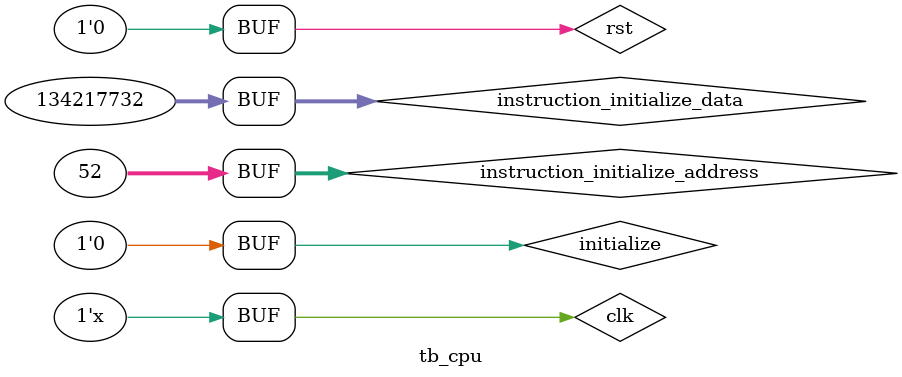
<source format=v>
`timescale 1ns / 1ns


module tb_cpu;

	// Inputs
	reg rst;
	reg clk;
	reg initialize;
	reg [31:0] instruction_initialize_data;
	reg [31:0] instruction_initialize_address;

	// Instantiate the Unit Under Test (UUT)
	cpu uut (
		.rst(rst), 
		.clk(clk), 
		.initialize(initialize), 
		.instruction_initialize_data(instruction_initialize_data), 
		.instruction_initialize_address(instruction_initialize_address)
	);

	initial begin
		// Initialize Inputs
		rst = 1;
		clk = 0;
		initialize = 1;
		instruction_initialize_data = 0;
		instruction_initialize_address = 0;

		#100;
      
		instruction_initialize_address = 0;
		instruction_initialize_data = 32'b000000_00000_00010_00001_00000_10_0000;      // ADD R1, R0, R2
		#20;
		instruction_initialize_address = 4;
		instruction_initialize_data = 32'b000000_00100_00100_01000_00000_10_0010;      // SUB R8, R4, $4
		#20;
		instruction_initialize_address = 8;
		instruction_initialize_data = 32'b000000_00101_00110_00111_00000_10_0101;      // OR R7, R5, R6
		#20;
		instruction_initialize_address = 12;
		instruction_initialize_data = 32'b101011_00000_01001_00000_00000_00_1100;      // SW R9, 12(R0)
		#20;
		instruction_initialize_address = 16;
		instruction_initialize_data = 32'b100011_00000_01100_00000_00000_00_1100;      // LW R12, 12(R0)
		#20	
        instruction_initialize_address = 20;
		instruction_initialize_data = 32'b000100_00000_00000_00000_00000_00_0010;      // BEQ R0, R0, 2
		#20;
        // TASK 2 TEST CASE: SLT
		instruction_initialize_address = 32;
		instruction_initialize_data = 32'b000000_00000_00010_00001_00000_10_1010;      // SLT R1, R0 (0), R2 (20) -> R1 = 1     
		                                                                               // Opcode = 000000
		                                                                               // Rs = R0
		                                                                               // Rt = R2
		                                                                               // Rd = R1
		                                                                               // Shamt = 00000
		                                                                               // Function = 101010
		#20;
		
		// TASK 3 TEST CASE: ADDI
		instruction_initialize_address = 36;
		instruction_initialize_data = 32'b001000_00100_00001_01111_01000_11_1111;      // ADDI R1 , R4 (40), 16'h7A3F = 
				                                                                       // Opcode = 001000
		                                                                               // Rs = R4
		                                                                               // Rt = R1
		                                                                               // Immediate = 0111 1010 0011 1111 (31295)
		#20;
		
		// TASK 5 TEST CASE: BNE
		instruction_initialize_address = 40;
		instruction_initialize_data = 32'b000101_01000_01100_00000_00000_00_0001;      // BNE R8, R12, 1
                                                                                       // Opcode = 000101
		                                                                               // Rs = R8
		                                                                               // Rt = R12
		                                                                               // Offset = 0000 0000 0000 0001
		#20;
		
		// TASK 6 TEST CASE: LUI
		instruction_initialize_address = 48;
		instruction_initialize_data = 32'b001111_00000_00101_00101_01111_01_1000;      // LUI R5, 16'h2BD8
                                                                                       // Opcode = 001111
                                                                                       // Rt = R5
		                                                                               // Immediate = 0010 1011 1101 1000
        #20;
		
		// TASK 4 TEST CASE: J
		instruction_initialize_address = 52;
		instruction_initialize_data = 32'b000010_00000_00000_00000_00000_00_0100;      // J 4
						                                                               // Opcode = 000010
		                                                                               // Offset = 00000 00000 00000 00000 000100
		#20;
		
		initialize = 0;
		rst = 0;
		
	end
      
always
#5 clk = ~clk;
endmodule


</source>
